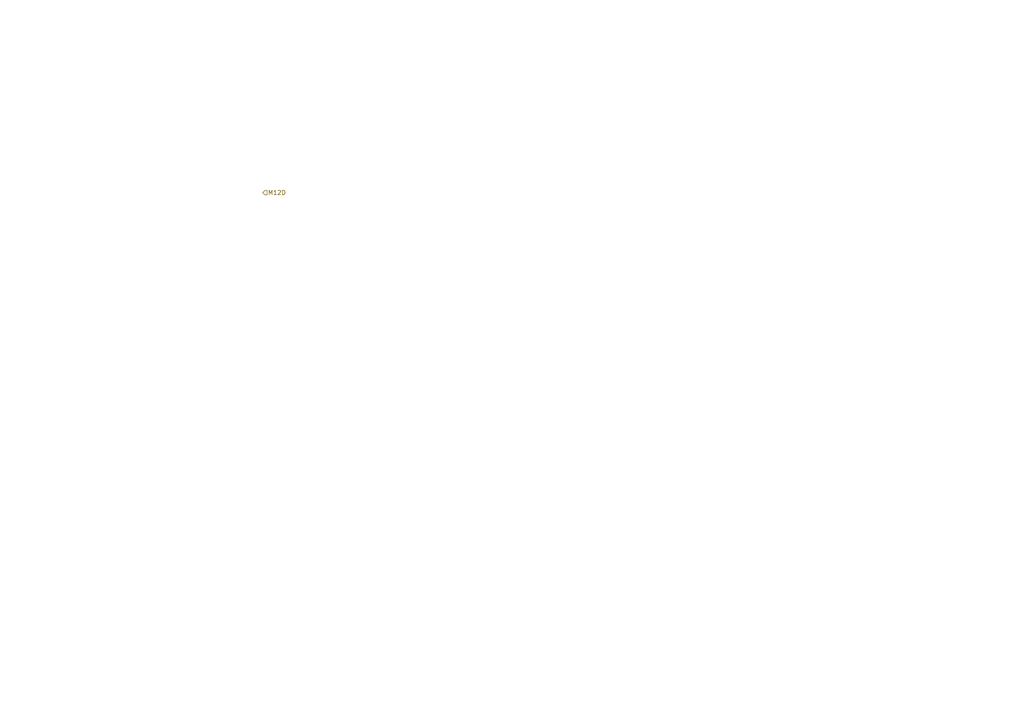
<source format=kicad_sch>
(kicad_sch
	(version 20250114)
	(generator "eeschema")
	(generator_version "9.0")
	(uuid "11ee28d8-d750-4aba-97f8-92050527dfcc")
	(paper "A4")
	(lib_symbols)
	(hierarchical_label "M12D"
		(shape input)
		(at 76.2 55.88 0)
		(effects
			(font
				(size 1.27 1.27)
			)
			(justify left)
		)
		(uuid "fde63ad3-ffae-4386-b3dd-ea38c4839cf5")
	)
)

</source>
